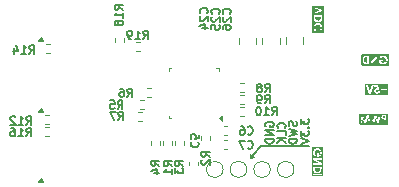
<source format=gbr>
%TF.GenerationSoftware,KiCad,Pcbnew,8.0.8*%
%TF.CreationDate,2025-04-24T20:57:55+02:00*%
%TF.ProjectId,ESC_PCB,4553435f-5043-4422-9e6b-696361645f70,rev?*%
%TF.SameCoordinates,Original*%
%TF.FileFunction,Legend,Bot*%
%TF.FilePolarity,Positive*%
%FSLAX46Y46*%
G04 Gerber Fmt 4.6, Leading zero omitted, Abs format (unit mm)*
G04 Created by KiCad (PCBNEW 8.0.8) date 2025-04-24 20:57:55*
%MOMM*%
%LPD*%
G01*
G04 APERTURE LIST*
%ADD10C,0.100000*%
%ADD11C,0.150000*%
%ADD12C,0.125000*%
%ADD13C,0.160000*%
%ADD14C,0.120000*%
G04 APERTURE END LIST*
D10*
X104500000Y-51450000D02*
X106400000Y-51450000D01*
X106400000Y-52350000D01*
X104500000Y-52350000D01*
X104500000Y-51450000D01*
X94980000Y-57690000D02*
X94930000Y-57640000D01*
X95090000Y-57690000D02*
X94810000Y-57410000D01*
D11*
X99780000Y-56750000D02*
X95750000Y-56750000D01*
D10*
X100000000Y-56800000D02*
X100900000Y-56800000D01*
X100900000Y-59150000D01*
X100000000Y-59150000D01*
X100000000Y-56800000D01*
X104250000Y-48950000D02*
X106475000Y-48950000D01*
X106475000Y-49850000D01*
X104250000Y-49850000D01*
X104250000Y-48950000D01*
X104050000Y-54000000D02*
X106400000Y-54000000D01*
X106400000Y-54850000D01*
X104050000Y-54850000D01*
X104050000Y-54000000D01*
D11*
X95750000Y-56750000D02*
X95000000Y-57500000D01*
D10*
X95000000Y-57500000D02*
X94750000Y-57750000D01*
X94750000Y-57750000D02*
X94810000Y-57410000D01*
X94875000Y-57625000D02*
X94850000Y-57510000D01*
X94850000Y-57510000D02*
X94862500Y-57567500D01*
X100050000Y-44850000D02*
X100950000Y-44850000D01*
X100950000Y-47050000D01*
X100050000Y-47050000D01*
X100050000Y-44850000D01*
X95090000Y-57690000D02*
X94750000Y-57750000D01*
D12*
G36*
X106422554Y-52369720D02*
G01*
X104523446Y-52369720D01*
X104523446Y-51569764D01*
X104601224Y-51569764D01*
X104856140Y-52281000D01*
X104985907Y-52281000D01*
X105068876Y-52045403D01*
X105306475Y-52045403D01*
X105308952Y-52083236D01*
X105316381Y-52118773D01*
X105328763Y-52152014D01*
X105346098Y-52182959D01*
X105368385Y-52211608D01*
X105376915Y-52220647D01*
X105404406Y-52244876D01*
X105434048Y-52264092D01*
X105465843Y-52278295D01*
X105499789Y-52287486D01*
X105535887Y-52291663D01*
X105548398Y-52291942D01*
X105586681Y-52289422D01*
X105622543Y-52281862D01*
X105655983Y-52269263D01*
X105687001Y-52251625D01*
X105703639Y-52239283D01*
X105729919Y-52214379D01*
X105751912Y-52185745D01*
X105769619Y-52153380D01*
X105783038Y-52117285D01*
X105788782Y-52094984D01*
X105647390Y-52094984D01*
X105627056Y-52124926D01*
X105604305Y-52144053D01*
X105572569Y-52157462D01*
X105545491Y-52160637D01*
X105511354Y-52155529D01*
X105479639Y-52138606D01*
X105469581Y-52129691D01*
X105449323Y-52101503D01*
X105439393Y-52067501D01*
X105438293Y-52049848D01*
X105443090Y-52014191D01*
X105458985Y-51982102D01*
X105467358Y-51972228D01*
X105495146Y-51951424D01*
X105530148Y-51942063D01*
X105537798Y-51941795D01*
X105572004Y-51948265D01*
X105581395Y-51952395D01*
X105610457Y-51971981D01*
X105623454Y-51984196D01*
X105733046Y-51959918D01*
X105714654Y-51876143D01*
X105864351Y-51876143D01*
X105864351Y-51996505D01*
X106044211Y-51996505D01*
X106044211Y-52171579D01*
X106164403Y-52171579D01*
X106164403Y-51996505D01*
X106344776Y-51996505D01*
X106344776Y-51876143D01*
X106164403Y-51876143D01*
X106164403Y-51701069D01*
X106044211Y-51701069D01*
X106044211Y-51876143D01*
X105864351Y-51876143D01*
X105714654Y-51876143D01*
X105647390Y-51569764D01*
X105316050Y-51569764D01*
X105316050Y-51690127D01*
X105546859Y-51690127D01*
X105575753Y-51817500D01*
X105552330Y-51812200D01*
X105530104Y-51810490D01*
X105495156Y-51812810D01*
X105457285Y-51821382D01*
X105422540Y-51836269D01*
X105390920Y-51857472D01*
X105370247Y-51876484D01*
X105345399Y-51907124D01*
X105326653Y-51941298D01*
X105314011Y-51979006D01*
X105308032Y-52014141D01*
X105306475Y-52045403D01*
X105068876Y-52045403D01*
X105236378Y-51569764D01*
X105097892Y-51569764D01*
X104920083Y-52074981D01*
X104739710Y-51569764D01*
X104601224Y-51569764D01*
X104523446Y-51569764D01*
X104523446Y-51491986D01*
X106422554Y-51491986D01*
X106422554Y-52369720D01*
G37*
D13*
X94578070Y-56889346D02*
X94611403Y-56922680D01*
X94611403Y-56922680D02*
X94711403Y-56956013D01*
X94711403Y-56956013D02*
X94778070Y-56956013D01*
X94778070Y-56956013D02*
X94878070Y-56922680D01*
X94878070Y-56922680D02*
X94944737Y-56856013D01*
X94944737Y-56856013D02*
X94978070Y-56789346D01*
X94978070Y-56789346D02*
X95011403Y-56656013D01*
X95011403Y-56656013D02*
X95011403Y-56556013D01*
X95011403Y-56556013D02*
X94978070Y-56422680D01*
X94978070Y-56422680D02*
X94944737Y-56356013D01*
X94944737Y-56356013D02*
X94878070Y-56289346D01*
X94878070Y-56289346D02*
X94778070Y-56256013D01*
X94778070Y-56256013D02*
X94711403Y-56256013D01*
X94711403Y-56256013D02*
X94611403Y-56289346D01*
X94611403Y-56289346D02*
X94578070Y-56322680D01*
X94344737Y-56256013D02*
X93878070Y-56256013D01*
X93878070Y-56256013D02*
X94178070Y-56956013D01*
X96028070Y-53106013D02*
X96261403Y-52772680D01*
X96428070Y-53106013D02*
X96428070Y-52406013D01*
X96428070Y-52406013D02*
X96161403Y-52406013D01*
X96161403Y-52406013D02*
X96094737Y-52439346D01*
X96094737Y-52439346D02*
X96061403Y-52472680D01*
X96061403Y-52472680D02*
X96028070Y-52539346D01*
X96028070Y-52539346D02*
X96028070Y-52639346D01*
X96028070Y-52639346D02*
X96061403Y-52706013D01*
X96061403Y-52706013D02*
X96094737Y-52739346D01*
X96094737Y-52739346D02*
X96161403Y-52772680D01*
X96161403Y-52772680D02*
X96428070Y-52772680D01*
X95694737Y-53106013D02*
X95561403Y-53106013D01*
X95561403Y-53106013D02*
X95494737Y-53072680D01*
X95494737Y-53072680D02*
X95461403Y-53039346D01*
X95461403Y-53039346D02*
X95394737Y-52939346D01*
X95394737Y-52939346D02*
X95361403Y-52806013D01*
X95361403Y-52806013D02*
X95361403Y-52539346D01*
X95361403Y-52539346D02*
X95394737Y-52472680D01*
X95394737Y-52472680D02*
X95428070Y-52439346D01*
X95428070Y-52439346D02*
X95494737Y-52406013D01*
X95494737Y-52406013D02*
X95628070Y-52406013D01*
X95628070Y-52406013D02*
X95694737Y-52439346D01*
X95694737Y-52439346D02*
X95728070Y-52472680D01*
X95728070Y-52472680D02*
X95761403Y-52539346D01*
X95761403Y-52539346D02*
X95761403Y-52706013D01*
X95761403Y-52706013D02*
X95728070Y-52772680D01*
X95728070Y-52772680D02*
X95694737Y-52806013D01*
X95694737Y-52806013D02*
X95628070Y-52839346D01*
X95628070Y-52839346D02*
X95494737Y-52839346D01*
X95494737Y-52839346D02*
X95428070Y-52806013D01*
X95428070Y-52806013D02*
X95394737Y-52772680D01*
X95394737Y-52772680D02*
X95361403Y-52706013D01*
D12*
G36*
X100749695Y-45863928D02*
G01*
X100748680Y-45901890D01*
X100745036Y-45939325D01*
X100737769Y-45973851D01*
X100728494Y-45997798D01*
X100708403Y-46026921D01*
X100682846Y-46049816D01*
X100656858Y-46065844D01*
X100623081Y-46079819D01*
X100588828Y-46087971D01*
X100550923Y-46091930D01*
X100532905Y-46092344D01*
X100492240Y-46090126D01*
X100455135Y-46083472D01*
X100421587Y-46072383D01*
X100386946Y-46053838D01*
X100357147Y-46029256D01*
X100335297Y-46001193D01*
X100318813Y-45966518D01*
X100308955Y-45931536D01*
X100303041Y-45891698D01*
X100301124Y-45854789D01*
X100301069Y-45847002D01*
X100301069Y-45801353D01*
X100749695Y-45801353D01*
X100749695Y-45863928D01*
G37*
G36*
X100969720Y-47080537D02*
G01*
X100081044Y-47080537D01*
X100081044Y-46694501D01*
X100158822Y-46694501D01*
X100160581Y-46732487D01*
X100165858Y-46769852D01*
X100174653Y-46806594D01*
X100186966Y-46842716D01*
X100195581Y-46863077D01*
X100213077Y-46897460D01*
X100233551Y-46929700D01*
X100257003Y-46959796D01*
X100283433Y-46987749D01*
X100299872Y-47002759D01*
X100388948Y-46908555D01*
X100360479Y-46877891D01*
X100336835Y-46846057D01*
X100318017Y-46813056D01*
X100304024Y-46778885D01*
X100294856Y-46743546D01*
X100290513Y-46707037D01*
X100290127Y-46692107D01*
X100292501Y-46655205D01*
X100299624Y-46620540D01*
X100311495Y-46588110D01*
X100328115Y-46557917D01*
X100349483Y-46529959D01*
X100357660Y-46521137D01*
X100384033Y-46497547D01*
X100417612Y-46476194D01*
X100454218Y-46461484D01*
X100488004Y-46454163D01*
X100524014Y-46451723D01*
X100561554Y-46454157D01*
X100596659Y-46461460D01*
X100629330Y-46473632D01*
X100646429Y-46482498D01*
X100677531Y-46504220D01*
X100704158Y-46530917D01*
X100724296Y-46559199D01*
X100730204Y-46569521D01*
X100744915Y-46602149D01*
X100754812Y-46636751D01*
X100759894Y-46673327D01*
X100760637Y-46694501D01*
X100758566Y-46730167D01*
X100752355Y-46763864D01*
X100740741Y-46798654D01*
X100739436Y-46801699D01*
X100722673Y-46832998D01*
X100701762Y-46862794D01*
X100678542Y-46890574D01*
X100661816Y-46908555D01*
X100756704Y-46999853D01*
X100783658Y-46970789D01*
X100807330Y-46942327D01*
X100827720Y-46914465D01*
X100847361Y-46882720D01*
X100862535Y-46851793D01*
X100875400Y-46815686D01*
X100883642Y-46782077D01*
X100889070Y-46746586D01*
X100891683Y-46709213D01*
X100891942Y-46692620D01*
X100890331Y-46652308D01*
X100885498Y-46613867D01*
X100877444Y-46577295D01*
X100866168Y-46542594D01*
X100851670Y-46509762D01*
X100833951Y-46478801D01*
X100813010Y-46449709D01*
X100788847Y-46422487D01*
X100762122Y-46397884D01*
X100733581Y-46376560D01*
X100703223Y-46358518D01*
X100671048Y-46343756D01*
X100637057Y-46332274D01*
X100601250Y-46324073D01*
X100563626Y-46319152D01*
X100524185Y-46317512D01*
X100485835Y-46319195D01*
X100449132Y-46324244D01*
X100414076Y-46332659D01*
X100380667Y-46344439D01*
X100348904Y-46359586D01*
X100338683Y-46365383D01*
X100309353Y-46384784D01*
X100282271Y-46407081D01*
X100257437Y-46432276D01*
X100234850Y-46460368D01*
X100214512Y-46491357D01*
X100208233Y-46502330D01*
X100191441Y-46536279D01*
X100178123Y-46571188D01*
X100168280Y-46607060D01*
X100161910Y-46643893D01*
X100159015Y-46681688D01*
X100158822Y-46694501D01*
X100081044Y-46694501D01*
X100081044Y-45801353D01*
X100169764Y-45801353D01*
X100169764Y-45826828D01*
X100170089Y-45847002D01*
X100170365Y-45864185D01*
X100172169Y-45899063D01*
X100176113Y-45939174D01*
X100181936Y-45975411D01*
X100191403Y-46013784D01*
X100203574Y-46046578D01*
X100208233Y-46056270D01*
X100227361Y-46087838D01*
X100251088Y-46116871D01*
X100279412Y-46143368D01*
X100307350Y-46164060D01*
X100333212Y-46179881D01*
X100366675Y-46196382D01*
X100402182Y-46209469D01*
X100439733Y-46219143D01*
X100479327Y-46225402D01*
X100513883Y-46228010D01*
X100535298Y-46228436D01*
X100570639Y-46227136D01*
X100604703Y-46223233D01*
X100642070Y-46215588D01*
X100677771Y-46204544D01*
X100686436Y-46201252D01*
X100719422Y-46186367D01*
X100749481Y-46168896D01*
X100779797Y-46146150D01*
X100800815Y-46126196D01*
X100824095Y-46098646D01*
X100842967Y-46069852D01*
X100858765Y-46036400D01*
X100863561Y-46022588D01*
X100871991Y-45984759D01*
X100876640Y-45946379D01*
X100879296Y-45907243D01*
X100880574Y-45870232D01*
X100881000Y-45829221D01*
X100881000Y-45667142D01*
X100169764Y-45667142D01*
X100169764Y-45801353D01*
X100081044Y-45801353D01*
X100081044Y-45065498D01*
X100169764Y-45065498D01*
X100674981Y-45243307D01*
X100169764Y-45423681D01*
X100169764Y-45562166D01*
X100881000Y-45307250D01*
X100881000Y-45177484D01*
X100169764Y-44927013D01*
X100169764Y-45065498D01*
X100081044Y-45065498D01*
X100081044Y-44849235D01*
X100969720Y-44849235D01*
X100969720Y-47080537D01*
G37*
D13*
X75828070Y-55906013D02*
X76061403Y-55572680D01*
X76228070Y-55906013D02*
X76228070Y-55206013D01*
X76228070Y-55206013D02*
X75961403Y-55206013D01*
X75961403Y-55206013D02*
X75894737Y-55239346D01*
X75894737Y-55239346D02*
X75861403Y-55272680D01*
X75861403Y-55272680D02*
X75828070Y-55339346D01*
X75828070Y-55339346D02*
X75828070Y-55439346D01*
X75828070Y-55439346D02*
X75861403Y-55506013D01*
X75861403Y-55506013D02*
X75894737Y-55539346D01*
X75894737Y-55539346D02*
X75961403Y-55572680D01*
X75961403Y-55572680D02*
X76228070Y-55572680D01*
X75161403Y-55906013D02*
X75561403Y-55906013D01*
X75361403Y-55906013D02*
X75361403Y-55206013D01*
X75361403Y-55206013D02*
X75428070Y-55306013D01*
X75428070Y-55306013D02*
X75494737Y-55372680D01*
X75494737Y-55372680D02*
X75561403Y-55406013D01*
X74561403Y-55206013D02*
X74694736Y-55206013D01*
X74694736Y-55206013D02*
X74761403Y-55239346D01*
X74761403Y-55239346D02*
X74794736Y-55272680D01*
X74794736Y-55272680D02*
X74861403Y-55372680D01*
X74861403Y-55372680D02*
X74894736Y-55506013D01*
X74894736Y-55506013D02*
X74894736Y-55772680D01*
X74894736Y-55772680D02*
X74861403Y-55839346D01*
X74861403Y-55839346D02*
X74828070Y-55872680D01*
X74828070Y-55872680D02*
X74761403Y-55906013D01*
X74761403Y-55906013D02*
X74628070Y-55906013D01*
X74628070Y-55906013D02*
X74561403Y-55872680D01*
X74561403Y-55872680D02*
X74528070Y-55839346D01*
X74528070Y-55839346D02*
X74494736Y-55772680D01*
X74494736Y-55772680D02*
X74494736Y-55606013D01*
X74494736Y-55606013D02*
X74528070Y-55539346D01*
X74528070Y-55539346D02*
X74561403Y-55506013D01*
X74561403Y-55506013D02*
X74628070Y-55472680D01*
X74628070Y-55472680D02*
X74761403Y-55472680D01*
X74761403Y-55472680D02*
X74828070Y-55506013D01*
X74828070Y-55506013D02*
X74861403Y-55539346D01*
X74861403Y-55539346D02*
X74894736Y-55606013D01*
D12*
G36*
X106185090Y-54343316D02*
G01*
X106142348Y-54343316D01*
X106106337Y-54342159D01*
X106072079Y-54336307D01*
X106043917Y-54316803D01*
X106040963Y-54312884D01*
X106029954Y-54280440D01*
X106029678Y-54273390D01*
X106037629Y-54238640D01*
X106061479Y-54214747D01*
X106094433Y-54204489D01*
X106128544Y-54201403D01*
X106147135Y-54201069D01*
X106185090Y-54201069D01*
X106185090Y-54343316D01*
G37*
G36*
X106397422Y-54858778D02*
G01*
X104032933Y-54858778D01*
X104032933Y-54781000D01*
X104110711Y-54781000D01*
X104240478Y-54781000D01*
X104316559Y-54331861D01*
X104467013Y-54781000D01*
X104585837Y-54781000D01*
X104734410Y-54331861D01*
X104811859Y-54781000D01*
X104942993Y-54781000D01*
X104820921Y-54069764D01*
X104989839Y-54069764D01*
X105149012Y-54781000D01*
X105278265Y-54781000D01*
X105408715Y-54321261D01*
X105536601Y-54781000D01*
X105664487Y-54781000D01*
X105778661Y-54273561D01*
X105899399Y-54273561D01*
X105901825Y-54308770D01*
X105910353Y-54344676D01*
X105925020Y-54376660D01*
X105938210Y-54395804D01*
X105962135Y-54420873D01*
X105990442Y-54441263D01*
X106023131Y-54456973D01*
X106043185Y-54463679D01*
X106077540Y-54469909D01*
X106112018Y-54472815D01*
X106148742Y-54474237D01*
X106185090Y-54474621D01*
X106185090Y-54781000D01*
X106319644Y-54781000D01*
X106319644Y-54069764D01*
X106176884Y-54069764D01*
X106142241Y-54070286D01*
X106104847Y-54072290D01*
X106066979Y-54076526D01*
X106031294Y-54083873D01*
X106009846Y-54091136D01*
X105977149Y-54108822D01*
X105949584Y-54132731D01*
X105928977Y-54159866D01*
X105913379Y-54191318D01*
X105903559Y-54226477D01*
X105899659Y-54261289D01*
X105899403Y-54273390D01*
X105899399Y-54273561D01*
X105778661Y-54273561D01*
X105824515Y-54069764D01*
X105691842Y-54069764D01*
X105589944Y-54523690D01*
X105463426Y-54069764D01*
X105351441Y-54069764D01*
X105223555Y-54523690D01*
X105122512Y-54069764D01*
X104989839Y-54069764D01*
X104820921Y-54069764D01*
X104689103Y-54069764D01*
X104525655Y-54565919D01*
X104359815Y-54069764D01*
X104230048Y-54069764D01*
X104110711Y-54781000D01*
X104032933Y-54781000D01*
X104032933Y-53991986D01*
X106397422Y-53991986D01*
X106397422Y-54858778D01*
G37*
G36*
X100699695Y-58675617D02*
G01*
X100698680Y-58713579D01*
X100695036Y-58751013D01*
X100687769Y-58785540D01*
X100678494Y-58809487D01*
X100658403Y-58838610D01*
X100632846Y-58861505D01*
X100606858Y-58877533D01*
X100573081Y-58891507D01*
X100538828Y-58899659D01*
X100500923Y-58903619D01*
X100482905Y-58904033D01*
X100442240Y-58901815D01*
X100405135Y-58895161D01*
X100371587Y-58884072D01*
X100336946Y-58865527D01*
X100307147Y-58840945D01*
X100285297Y-58812881D01*
X100268813Y-58778207D01*
X100258955Y-58743225D01*
X100253041Y-58703386D01*
X100251124Y-58666478D01*
X100251069Y-58658691D01*
X100251069Y-58613042D01*
X100699695Y-58613042D01*
X100699695Y-58675617D01*
G37*
G36*
X100919720Y-59117903D02*
G01*
X100031044Y-59117903D01*
X100031044Y-58613042D01*
X100119764Y-58613042D01*
X100119764Y-58638517D01*
X100120089Y-58658691D01*
X100120365Y-58675874D01*
X100122169Y-58710751D01*
X100126113Y-58750863D01*
X100131936Y-58787100D01*
X100141403Y-58825472D01*
X100153574Y-58858266D01*
X100158233Y-58867958D01*
X100177361Y-58899527D01*
X100201088Y-58928560D01*
X100229412Y-58955056D01*
X100257350Y-58975749D01*
X100283212Y-58991570D01*
X100316675Y-59008071D01*
X100352182Y-59021158D01*
X100389733Y-59030831D01*
X100429327Y-59037090D01*
X100463883Y-59039698D01*
X100485298Y-59040125D01*
X100520639Y-59038824D01*
X100554703Y-59034922D01*
X100592070Y-59027276D01*
X100627771Y-59016233D01*
X100636436Y-59012941D01*
X100669422Y-58998056D01*
X100699481Y-58980585D01*
X100729797Y-58957839D01*
X100750815Y-58937885D01*
X100774095Y-58910335D01*
X100792967Y-58881541D01*
X100808765Y-58848088D01*
X100813561Y-58834277D01*
X100821991Y-58796448D01*
X100826640Y-58758067D01*
X100829296Y-58718932D01*
X100830574Y-58681920D01*
X100831000Y-58640910D01*
X100831000Y-58478831D01*
X100119764Y-58478831D01*
X100119764Y-58613042D01*
X100031044Y-58613042D01*
X100031044Y-57882829D01*
X100119764Y-57882829D01*
X100587880Y-58186301D01*
X100119764Y-58186301D01*
X100119764Y-58320854D01*
X100831000Y-58320854D01*
X100831000Y-58191601D01*
X100364422Y-57888642D01*
X100831000Y-57888642D01*
X100831000Y-57753918D01*
X100119764Y-57753918D01*
X100119764Y-57882829D01*
X100031044Y-57882829D01*
X100031044Y-57278450D01*
X100108822Y-57278450D01*
X100110012Y-57312651D01*
X100114409Y-57351488D01*
X100122046Y-57389180D01*
X100132922Y-57425727D01*
X100142674Y-57451130D01*
X100159440Y-57484811D01*
X100178335Y-57514002D01*
X100201173Y-57542930D01*
X100227955Y-57571597D01*
X100240640Y-57583803D01*
X100333306Y-57489085D01*
X100306462Y-57460256D01*
X100284169Y-57429974D01*
X100266425Y-57398239D01*
X100253230Y-57365052D01*
X100244586Y-57330412D01*
X100240491Y-57294320D01*
X100240127Y-57279476D01*
X100242501Y-57241499D01*
X100249624Y-57205914D01*
X100261495Y-57172721D01*
X100278115Y-57141920D01*
X100299483Y-57113512D01*
X100307660Y-57104574D01*
X100334007Y-57080635D01*
X100367328Y-57058967D01*
X100403430Y-57044040D01*
X100442314Y-57035854D01*
X100471792Y-57034134D01*
X100508222Y-57036701D01*
X100542501Y-57044400D01*
X100574628Y-57057233D01*
X100604603Y-57075199D01*
X100632427Y-57098298D01*
X100641223Y-57107138D01*
X100664813Y-57135775D01*
X100683522Y-57166804D01*
X100697350Y-57200226D01*
X100706298Y-57236039D01*
X100710365Y-57274245D01*
X100710637Y-57287512D01*
X100708540Y-57325005D01*
X100702252Y-57359009D01*
X100690347Y-57392698D01*
X100684136Y-57404968D01*
X100664652Y-57433085D01*
X100639323Y-57457595D01*
X100608151Y-57478499D01*
X100601216Y-57482247D01*
X100601216Y-57277424D01*
X100469911Y-57277424D01*
X100469911Y-57633213D01*
X100499318Y-57634239D01*
X100539027Y-57631940D01*
X100577820Y-57625043D01*
X100615696Y-57613549D01*
X100647432Y-57600037D01*
X100673365Y-57586196D01*
X100702775Y-57567177D01*
X100733638Y-57542450D01*
X100760787Y-57514990D01*
X100784221Y-57484798D01*
X100798686Y-57461559D01*
X100815541Y-57426856D01*
X100828255Y-57389616D01*
X100835859Y-57355678D01*
X100840421Y-57319876D01*
X100841942Y-57282212D01*
X100840283Y-57241758D01*
X100835306Y-57202975D01*
X100827011Y-57165863D01*
X100815398Y-57130422D01*
X100800468Y-57096652D01*
X100794754Y-57085767D01*
X100775646Y-57054716D01*
X100753713Y-57026189D01*
X100728955Y-57000187D01*
X100701372Y-56976710D01*
X100670964Y-56955756D01*
X100660200Y-56949333D01*
X100626957Y-56932251D01*
X100592753Y-56918703D01*
X100557586Y-56908689D01*
X100521458Y-56902209D01*
X100484369Y-56899264D01*
X100471792Y-56899068D01*
X100429391Y-56901334D01*
X100388744Y-56908134D01*
X100349850Y-56919467D01*
X100312709Y-56935332D01*
X100277322Y-56955731D01*
X100243687Y-56980663D01*
X100230724Y-56991905D01*
X100202153Y-57020467D01*
X100177392Y-57051103D01*
X100156440Y-57083812D01*
X100139298Y-57118593D01*
X100125965Y-57155448D01*
X100116441Y-57194376D01*
X100110727Y-57235377D01*
X100108822Y-57278450D01*
X100031044Y-57278450D01*
X100031044Y-56821290D01*
X100919720Y-56821290D01*
X100919720Y-59117903D01*
G37*
D13*
X89810653Y-56378070D02*
X89777320Y-56411403D01*
X89777320Y-56411403D02*
X89743986Y-56511403D01*
X89743986Y-56511403D02*
X89743986Y-56578070D01*
X89743986Y-56578070D02*
X89777320Y-56678070D01*
X89777320Y-56678070D02*
X89843986Y-56744737D01*
X89843986Y-56744737D02*
X89910653Y-56778070D01*
X89910653Y-56778070D02*
X90043986Y-56811403D01*
X90043986Y-56811403D02*
X90143986Y-56811403D01*
X90143986Y-56811403D02*
X90277320Y-56778070D01*
X90277320Y-56778070D02*
X90343986Y-56744737D01*
X90343986Y-56744737D02*
X90410653Y-56678070D01*
X90410653Y-56678070D02*
X90443986Y-56578070D01*
X90443986Y-56578070D02*
X90443986Y-56511403D01*
X90443986Y-56511403D02*
X90410653Y-56411403D01*
X90410653Y-56411403D02*
X90377320Y-56378070D01*
X90443986Y-55744737D02*
X90443986Y-56078070D01*
X90443986Y-56078070D02*
X90110653Y-56111403D01*
X90110653Y-56111403D02*
X90143986Y-56078070D01*
X90143986Y-56078070D02*
X90177320Y-56011403D01*
X90177320Y-56011403D02*
X90177320Y-55844737D01*
X90177320Y-55844737D02*
X90143986Y-55778070D01*
X90143986Y-55778070D02*
X90110653Y-55744737D01*
X90110653Y-55744737D02*
X90043986Y-55711403D01*
X90043986Y-55711403D02*
X89877320Y-55711403D01*
X89877320Y-55711403D02*
X89810653Y-55744737D01*
X89810653Y-55744737D02*
X89777320Y-55778070D01*
X89777320Y-55778070D02*
X89743986Y-55844737D01*
X89743986Y-55844737D02*
X89743986Y-56011403D01*
X89743986Y-56011403D02*
X89777320Y-56078070D01*
X89777320Y-56078070D02*
X89810653Y-56111403D01*
X96109346Y-55048596D02*
X96076013Y-54981929D01*
X96076013Y-54981929D02*
X96076013Y-54881929D01*
X96076013Y-54881929D02*
X96109346Y-54781929D01*
X96109346Y-54781929D02*
X96176013Y-54715263D01*
X96176013Y-54715263D02*
X96242680Y-54681929D01*
X96242680Y-54681929D02*
X96376013Y-54648596D01*
X96376013Y-54648596D02*
X96476013Y-54648596D01*
X96476013Y-54648596D02*
X96609346Y-54681929D01*
X96609346Y-54681929D02*
X96676013Y-54715263D01*
X96676013Y-54715263D02*
X96742680Y-54781929D01*
X96742680Y-54781929D02*
X96776013Y-54881929D01*
X96776013Y-54881929D02*
X96776013Y-54948596D01*
X96776013Y-54948596D02*
X96742680Y-55048596D01*
X96742680Y-55048596D02*
X96709346Y-55081929D01*
X96709346Y-55081929D02*
X96476013Y-55081929D01*
X96476013Y-55081929D02*
X96476013Y-54948596D01*
X96776013Y-55381929D02*
X96076013Y-55381929D01*
X96076013Y-55381929D02*
X96776013Y-55781929D01*
X96776013Y-55781929D02*
X96076013Y-55781929D01*
X96776013Y-56115262D02*
X96076013Y-56115262D01*
X96076013Y-56115262D02*
X96076013Y-56281929D01*
X96076013Y-56281929D02*
X96109346Y-56381929D01*
X96109346Y-56381929D02*
X96176013Y-56448596D01*
X96176013Y-56448596D02*
X96242680Y-56481929D01*
X96242680Y-56481929D02*
X96376013Y-56515262D01*
X96376013Y-56515262D02*
X96476013Y-56515262D01*
X96476013Y-56515262D02*
X96609346Y-56481929D01*
X96609346Y-56481929D02*
X96676013Y-56448596D01*
X96676013Y-56448596D02*
X96742680Y-56381929D01*
X96742680Y-56381929D02*
X96776013Y-56281929D01*
X96776013Y-56281929D02*
X96776013Y-56115262D01*
X91356013Y-57621929D02*
X91022680Y-57388596D01*
X91356013Y-57221929D02*
X90656013Y-57221929D01*
X90656013Y-57221929D02*
X90656013Y-57488596D01*
X90656013Y-57488596D02*
X90689346Y-57555263D01*
X90689346Y-57555263D02*
X90722680Y-57588596D01*
X90722680Y-57588596D02*
X90789346Y-57621929D01*
X90789346Y-57621929D02*
X90889346Y-57621929D01*
X90889346Y-57621929D02*
X90956013Y-57588596D01*
X90956013Y-57588596D02*
X90989346Y-57555263D01*
X90989346Y-57555263D02*
X91022680Y-57488596D01*
X91022680Y-57488596D02*
X91022680Y-57221929D01*
X90722680Y-57888596D02*
X90689346Y-57921929D01*
X90689346Y-57921929D02*
X90656013Y-57988596D01*
X90656013Y-57988596D02*
X90656013Y-58155263D01*
X90656013Y-58155263D02*
X90689346Y-58221929D01*
X90689346Y-58221929D02*
X90722680Y-58255263D01*
X90722680Y-58255263D02*
X90789346Y-58288596D01*
X90789346Y-58288596D02*
X90856013Y-58288596D01*
X90856013Y-58288596D02*
X90956013Y-58255263D01*
X90956013Y-58255263D02*
X91356013Y-57855263D01*
X91356013Y-57855263D02*
X91356013Y-58288596D01*
X97729346Y-55181929D02*
X97762680Y-55148596D01*
X97762680Y-55148596D02*
X97796013Y-55048596D01*
X97796013Y-55048596D02*
X97796013Y-54981929D01*
X97796013Y-54981929D02*
X97762680Y-54881929D01*
X97762680Y-54881929D02*
X97696013Y-54815263D01*
X97696013Y-54815263D02*
X97629346Y-54781929D01*
X97629346Y-54781929D02*
X97496013Y-54748596D01*
X97496013Y-54748596D02*
X97396013Y-54748596D01*
X97396013Y-54748596D02*
X97262680Y-54781929D01*
X97262680Y-54781929D02*
X97196013Y-54815263D01*
X97196013Y-54815263D02*
X97129346Y-54881929D01*
X97129346Y-54881929D02*
X97096013Y-54981929D01*
X97096013Y-54981929D02*
X97096013Y-55048596D01*
X97096013Y-55048596D02*
X97129346Y-55148596D01*
X97129346Y-55148596D02*
X97162680Y-55181929D01*
X97796013Y-55815263D02*
X97796013Y-55481929D01*
X97796013Y-55481929D02*
X97096013Y-55481929D01*
X97796013Y-56048596D02*
X97096013Y-56048596D01*
X97796013Y-56448596D02*
X97396013Y-56148596D01*
X97096013Y-56448596D02*
X97496013Y-56048596D01*
X88156013Y-58421929D02*
X87822680Y-58188596D01*
X88156013Y-58021929D02*
X87456013Y-58021929D01*
X87456013Y-58021929D02*
X87456013Y-58288596D01*
X87456013Y-58288596D02*
X87489346Y-58355263D01*
X87489346Y-58355263D02*
X87522680Y-58388596D01*
X87522680Y-58388596D02*
X87589346Y-58421929D01*
X87589346Y-58421929D02*
X87689346Y-58421929D01*
X87689346Y-58421929D02*
X87756013Y-58388596D01*
X87756013Y-58388596D02*
X87789346Y-58355263D01*
X87789346Y-58355263D02*
X87822680Y-58288596D01*
X87822680Y-58288596D02*
X87822680Y-58021929D01*
X88156013Y-59088596D02*
X88156013Y-58688596D01*
X88156013Y-58888596D02*
X87456013Y-58888596D01*
X87456013Y-58888596D02*
X87556013Y-58821929D01*
X87556013Y-58821929D02*
X87622680Y-58755263D01*
X87622680Y-58755263D02*
X87656013Y-58688596D01*
X98712680Y-54638596D02*
X98746013Y-54738596D01*
X98746013Y-54738596D02*
X98746013Y-54905263D01*
X98746013Y-54905263D02*
X98712680Y-54971929D01*
X98712680Y-54971929D02*
X98679346Y-55005263D01*
X98679346Y-55005263D02*
X98612680Y-55038596D01*
X98612680Y-55038596D02*
X98546013Y-55038596D01*
X98546013Y-55038596D02*
X98479346Y-55005263D01*
X98479346Y-55005263D02*
X98446013Y-54971929D01*
X98446013Y-54971929D02*
X98412680Y-54905263D01*
X98412680Y-54905263D02*
X98379346Y-54771929D01*
X98379346Y-54771929D02*
X98346013Y-54705263D01*
X98346013Y-54705263D02*
X98312680Y-54671929D01*
X98312680Y-54671929D02*
X98246013Y-54638596D01*
X98246013Y-54638596D02*
X98179346Y-54638596D01*
X98179346Y-54638596D02*
X98112680Y-54671929D01*
X98112680Y-54671929D02*
X98079346Y-54705263D01*
X98079346Y-54705263D02*
X98046013Y-54771929D01*
X98046013Y-54771929D02*
X98046013Y-54938596D01*
X98046013Y-54938596D02*
X98079346Y-55038596D01*
X98046013Y-55271930D02*
X98746013Y-55438596D01*
X98746013Y-55438596D02*
X98246013Y-55571930D01*
X98246013Y-55571930D02*
X98746013Y-55705263D01*
X98746013Y-55705263D02*
X98046013Y-55871930D01*
X98746013Y-56138596D02*
X98046013Y-56138596D01*
X98046013Y-56138596D02*
X98046013Y-56305263D01*
X98046013Y-56305263D02*
X98079346Y-56405263D01*
X98079346Y-56405263D02*
X98146013Y-56471930D01*
X98146013Y-56471930D02*
X98212680Y-56505263D01*
X98212680Y-56505263D02*
X98346013Y-56538596D01*
X98346013Y-56538596D02*
X98446013Y-56538596D01*
X98446013Y-56538596D02*
X98579346Y-56505263D01*
X98579346Y-56505263D02*
X98646013Y-56471930D01*
X98646013Y-56471930D02*
X98712680Y-56405263D01*
X98712680Y-56405263D02*
X98746013Y-56305263D01*
X98746013Y-56305263D02*
X98746013Y-56138596D01*
X75828070Y-54906013D02*
X76061403Y-54572680D01*
X76228070Y-54906013D02*
X76228070Y-54206013D01*
X76228070Y-54206013D02*
X75961403Y-54206013D01*
X75961403Y-54206013D02*
X75894737Y-54239346D01*
X75894737Y-54239346D02*
X75861403Y-54272680D01*
X75861403Y-54272680D02*
X75828070Y-54339346D01*
X75828070Y-54339346D02*
X75828070Y-54439346D01*
X75828070Y-54439346D02*
X75861403Y-54506013D01*
X75861403Y-54506013D02*
X75894737Y-54539346D01*
X75894737Y-54539346D02*
X75961403Y-54572680D01*
X75961403Y-54572680D02*
X76228070Y-54572680D01*
X75161403Y-54906013D02*
X75561403Y-54906013D01*
X75361403Y-54906013D02*
X75361403Y-54206013D01*
X75361403Y-54206013D02*
X75428070Y-54306013D01*
X75428070Y-54306013D02*
X75494737Y-54372680D01*
X75494737Y-54372680D02*
X75561403Y-54406013D01*
X74894736Y-54272680D02*
X74861403Y-54239346D01*
X74861403Y-54239346D02*
X74794736Y-54206013D01*
X74794736Y-54206013D02*
X74628070Y-54206013D01*
X74628070Y-54206013D02*
X74561403Y-54239346D01*
X74561403Y-54239346D02*
X74528070Y-54272680D01*
X74528070Y-54272680D02*
X74494736Y-54339346D01*
X74494736Y-54339346D02*
X74494736Y-54406013D01*
X74494736Y-54406013D02*
X74528070Y-54506013D01*
X74528070Y-54506013D02*
X74928070Y-54906013D01*
X74928070Y-54906013D02*
X74494736Y-54906013D01*
X92139346Y-45521929D02*
X92172680Y-45488596D01*
X92172680Y-45488596D02*
X92206013Y-45388596D01*
X92206013Y-45388596D02*
X92206013Y-45321929D01*
X92206013Y-45321929D02*
X92172680Y-45221929D01*
X92172680Y-45221929D02*
X92106013Y-45155263D01*
X92106013Y-45155263D02*
X92039346Y-45121929D01*
X92039346Y-45121929D02*
X91906013Y-45088596D01*
X91906013Y-45088596D02*
X91806013Y-45088596D01*
X91806013Y-45088596D02*
X91672680Y-45121929D01*
X91672680Y-45121929D02*
X91606013Y-45155263D01*
X91606013Y-45155263D02*
X91539346Y-45221929D01*
X91539346Y-45221929D02*
X91506013Y-45321929D01*
X91506013Y-45321929D02*
X91506013Y-45388596D01*
X91506013Y-45388596D02*
X91539346Y-45488596D01*
X91539346Y-45488596D02*
X91572680Y-45521929D01*
X91572680Y-45788596D02*
X91539346Y-45821929D01*
X91539346Y-45821929D02*
X91506013Y-45888596D01*
X91506013Y-45888596D02*
X91506013Y-46055263D01*
X91506013Y-46055263D02*
X91539346Y-46121929D01*
X91539346Y-46121929D02*
X91572680Y-46155263D01*
X91572680Y-46155263D02*
X91639346Y-46188596D01*
X91639346Y-46188596D02*
X91706013Y-46188596D01*
X91706013Y-46188596D02*
X91806013Y-46155263D01*
X91806013Y-46155263D02*
X92206013Y-45755263D01*
X92206013Y-45755263D02*
X92206013Y-46188596D01*
X91506013Y-46821930D02*
X91506013Y-46488596D01*
X91506013Y-46488596D02*
X91839346Y-46455263D01*
X91839346Y-46455263D02*
X91806013Y-46488596D01*
X91806013Y-46488596D02*
X91772680Y-46555263D01*
X91772680Y-46555263D02*
X91772680Y-46721930D01*
X91772680Y-46721930D02*
X91806013Y-46788596D01*
X91806013Y-46788596D02*
X91839346Y-46821930D01*
X91839346Y-46821930D02*
X91906013Y-46855263D01*
X91906013Y-46855263D02*
X92072680Y-46855263D01*
X92072680Y-46855263D02*
X92139346Y-46821930D01*
X92139346Y-46821930D02*
X92172680Y-46788596D01*
X92172680Y-46788596D02*
X92206013Y-46721930D01*
X92206013Y-46721930D02*
X92206013Y-46555263D01*
X92206013Y-46555263D02*
X92172680Y-46488596D01*
X92172680Y-46488596D02*
X92139346Y-46455263D01*
X83578070Y-53556013D02*
X83811403Y-53222680D01*
X83978070Y-53556013D02*
X83978070Y-52856013D01*
X83978070Y-52856013D02*
X83711403Y-52856013D01*
X83711403Y-52856013D02*
X83644737Y-52889346D01*
X83644737Y-52889346D02*
X83611403Y-52922680D01*
X83611403Y-52922680D02*
X83578070Y-52989346D01*
X83578070Y-52989346D02*
X83578070Y-53089346D01*
X83578070Y-53089346D02*
X83611403Y-53156013D01*
X83611403Y-53156013D02*
X83644737Y-53189346D01*
X83644737Y-53189346D02*
X83711403Y-53222680D01*
X83711403Y-53222680D02*
X83978070Y-53222680D01*
X82944737Y-52856013D02*
X83278070Y-52856013D01*
X83278070Y-52856013D02*
X83311403Y-53189346D01*
X83311403Y-53189346D02*
X83278070Y-53156013D01*
X83278070Y-53156013D02*
X83211403Y-53122680D01*
X83211403Y-53122680D02*
X83044737Y-53122680D01*
X83044737Y-53122680D02*
X82978070Y-53156013D01*
X82978070Y-53156013D02*
X82944737Y-53189346D01*
X82944737Y-53189346D02*
X82911403Y-53256013D01*
X82911403Y-53256013D02*
X82911403Y-53422680D01*
X82911403Y-53422680D02*
X82944737Y-53489346D01*
X82944737Y-53489346D02*
X82978070Y-53522680D01*
X82978070Y-53522680D02*
X83044737Y-53556013D01*
X83044737Y-53556013D02*
X83211403Y-53556013D01*
X83211403Y-53556013D02*
X83278070Y-53522680D01*
X83278070Y-53522680D02*
X83311403Y-53489346D01*
X83628070Y-54506013D02*
X83861403Y-54172680D01*
X84028070Y-54506013D02*
X84028070Y-53806013D01*
X84028070Y-53806013D02*
X83761403Y-53806013D01*
X83761403Y-53806013D02*
X83694737Y-53839346D01*
X83694737Y-53839346D02*
X83661403Y-53872680D01*
X83661403Y-53872680D02*
X83628070Y-53939346D01*
X83628070Y-53939346D02*
X83628070Y-54039346D01*
X83628070Y-54039346D02*
X83661403Y-54106013D01*
X83661403Y-54106013D02*
X83694737Y-54139346D01*
X83694737Y-54139346D02*
X83761403Y-54172680D01*
X83761403Y-54172680D02*
X84028070Y-54172680D01*
X83394737Y-53806013D02*
X82928070Y-53806013D01*
X82928070Y-53806013D02*
X83228070Y-54506013D01*
X85728070Y-47656013D02*
X85961403Y-47322680D01*
X86128070Y-47656013D02*
X86128070Y-46956013D01*
X86128070Y-46956013D02*
X85861403Y-46956013D01*
X85861403Y-46956013D02*
X85794737Y-46989346D01*
X85794737Y-46989346D02*
X85761403Y-47022680D01*
X85761403Y-47022680D02*
X85728070Y-47089346D01*
X85728070Y-47089346D02*
X85728070Y-47189346D01*
X85728070Y-47189346D02*
X85761403Y-47256013D01*
X85761403Y-47256013D02*
X85794737Y-47289346D01*
X85794737Y-47289346D02*
X85861403Y-47322680D01*
X85861403Y-47322680D02*
X86128070Y-47322680D01*
X85061403Y-47656013D02*
X85461403Y-47656013D01*
X85261403Y-47656013D02*
X85261403Y-46956013D01*
X85261403Y-46956013D02*
X85328070Y-47056013D01*
X85328070Y-47056013D02*
X85394737Y-47122680D01*
X85394737Y-47122680D02*
X85461403Y-47156013D01*
X84728070Y-47656013D02*
X84594736Y-47656013D01*
X84594736Y-47656013D02*
X84528070Y-47622680D01*
X84528070Y-47622680D02*
X84494736Y-47589346D01*
X84494736Y-47589346D02*
X84428070Y-47489346D01*
X84428070Y-47489346D02*
X84394736Y-47356013D01*
X84394736Y-47356013D02*
X84394736Y-47089346D01*
X84394736Y-47089346D02*
X84428070Y-47022680D01*
X84428070Y-47022680D02*
X84461403Y-46989346D01*
X84461403Y-46989346D02*
X84528070Y-46956013D01*
X84528070Y-46956013D02*
X84661403Y-46956013D01*
X84661403Y-46956013D02*
X84728070Y-46989346D01*
X84728070Y-46989346D02*
X84761403Y-47022680D01*
X84761403Y-47022680D02*
X84794736Y-47089346D01*
X84794736Y-47089346D02*
X84794736Y-47256013D01*
X84794736Y-47256013D02*
X84761403Y-47322680D01*
X84761403Y-47322680D02*
X84728070Y-47356013D01*
X84728070Y-47356013D02*
X84661403Y-47389346D01*
X84661403Y-47389346D02*
X84528070Y-47389346D01*
X84528070Y-47389346D02*
X84461403Y-47356013D01*
X84461403Y-47356013D02*
X84428070Y-47322680D01*
X84428070Y-47322680D02*
X84394736Y-47256013D01*
X96628070Y-54106013D02*
X96861403Y-53772680D01*
X97028070Y-54106013D02*
X97028070Y-53406013D01*
X97028070Y-53406013D02*
X96761403Y-53406013D01*
X96761403Y-53406013D02*
X96694737Y-53439346D01*
X96694737Y-53439346D02*
X96661403Y-53472680D01*
X96661403Y-53472680D02*
X96628070Y-53539346D01*
X96628070Y-53539346D02*
X96628070Y-53639346D01*
X96628070Y-53639346D02*
X96661403Y-53706013D01*
X96661403Y-53706013D02*
X96694737Y-53739346D01*
X96694737Y-53739346D02*
X96761403Y-53772680D01*
X96761403Y-53772680D02*
X97028070Y-53772680D01*
X95961403Y-54106013D02*
X96361403Y-54106013D01*
X96161403Y-54106013D02*
X96161403Y-53406013D01*
X96161403Y-53406013D02*
X96228070Y-53506013D01*
X96228070Y-53506013D02*
X96294737Y-53572680D01*
X96294737Y-53572680D02*
X96361403Y-53606013D01*
X95528070Y-53406013D02*
X95461403Y-53406013D01*
X95461403Y-53406013D02*
X95394736Y-53439346D01*
X95394736Y-53439346D02*
X95361403Y-53472680D01*
X95361403Y-53472680D02*
X95328070Y-53539346D01*
X95328070Y-53539346D02*
X95294736Y-53672680D01*
X95294736Y-53672680D02*
X95294736Y-53839346D01*
X95294736Y-53839346D02*
X95328070Y-53972680D01*
X95328070Y-53972680D02*
X95361403Y-54039346D01*
X95361403Y-54039346D02*
X95394736Y-54072680D01*
X95394736Y-54072680D02*
X95461403Y-54106013D01*
X95461403Y-54106013D02*
X95528070Y-54106013D01*
X95528070Y-54106013D02*
X95594736Y-54072680D01*
X95594736Y-54072680D02*
X95628070Y-54039346D01*
X95628070Y-54039346D02*
X95661403Y-53972680D01*
X95661403Y-53972680D02*
X95694736Y-53839346D01*
X95694736Y-53839346D02*
X95694736Y-53672680D01*
X95694736Y-53672680D02*
X95661403Y-53539346D01*
X95661403Y-53539346D02*
X95628070Y-53472680D01*
X95628070Y-53472680D02*
X95594736Y-53439346D01*
X95594736Y-53439346D02*
X95528070Y-53406013D01*
X99056013Y-54425263D02*
X99056013Y-54858596D01*
X99056013Y-54858596D02*
X99322680Y-54625263D01*
X99322680Y-54625263D02*
X99322680Y-54725263D01*
X99322680Y-54725263D02*
X99356013Y-54791929D01*
X99356013Y-54791929D02*
X99389346Y-54825263D01*
X99389346Y-54825263D02*
X99456013Y-54858596D01*
X99456013Y-54858596D02*
X99622680Y-54858596D01*
X99622680Y-54858596D02*
X99689346Y-54825263D01*
X99689346Y-54825263D02*
X99722680Y-54791929D01*
X99722680Y-54791929D02*
X99756013Y-54725263D01*
X99756013Y-54725263D02*
X99756013Y-54525263D01*
X99756013Y-54525263D02*
X99722680Y-54458596D01*
X99722680Y-54458596D02*
X99689346Y-54425263D01*
X99689346Y-55158596D02*
X99722680Y-55191930D01*
X99722680Y-55191930D02*
X99756013Y-55158596D01*
X99756013Y-55158596D02*
X99722680Y-55125263D01*
X99722680Y-55125263D02*
X99689346Y-55158596D01*
X99689346Y-55158596D02*
X99756013Y-55158596D01*
X99056013Y-55425263D02*
X99056013Y-55858596D01*
X99056013Y-55858596D02*
X99322680Y-55625263D01*
X99322680Y-55625263D02*
X99322680Y-55725263D01*
X99322680Y-55725263D02*
X99356013Y-55791929D01*
X99356013Y-55791929D02*
X99389346Y-55825263D01*
X99389346Y-55825263D02*
X99456013Y-55858596D01*
X99456013Y-55858596D02*
X99622680Y-55858596D01*
X99622680Y-55858596D02*
X99689346Y-55825263D01*
X99689346Y-55825263D02*
X99722680Y-55791929D01*
X99722680Y-55791929D02*
X99756013Y-55725263D01*
X99756013Y-55725263D02*
X99756013Y-55525263D01*
X99756013Y-55525263D02*
X99722680Y-55458596D01*
X99722680Y-55458596D02*
X99689346Y-55425263D01*
X99056013Y-56058596D02*
X99756013Y-56291930D01*
X99756013Y-56291930D02*
X99056013Y-56525263D01*
X84006013Y-45171929D02*
X83672680Y-44938596D01*
X84006013Y-44771929D02*
X83306013Y-44771929D01*
X83306013Y-44771929D02*
X83306013Y-45038596D01*
X83306013Y-45038596D02*
X83339346Y-45105263D01*
X83339346Y-45105263D02*
X83372680Y-45138596D01*
X83372680Y-45138596D02*
X83439346Y-45171929D01*
X83439346Y-45171929D02*
X83539346Y-45171929D01*
X83539346Y-45171929D02*
X83606013Y-45138596D01*
X83606013Y-45138596D02*
X83639346Y-45105263D01*
X83639346Y-45105263D02*
X83672680Y-45038596D01*
X83672680Y-45038596D02*
X83672680Y-44771929D01*
X84006013Y-45838596D02*
X84006013Y-45438596D01*
X84006013Y-45638596D02*
X83306013Y-45638596D01*
X83306013Y-45638596D02*
X83406013Y-45571929D01*
X83406013Y-45571929D02*
X83472680Y-45505263D01*
X83472680Y-45505263D02*
X83506013Y-45438596D01*
X83606013Y-46238596D02*
X83572680Y-46171930D01*
X83572680Y-46171930D02*
X83539346Y-46138596D01*
X83539346Y-46138596D02*
X83472680Y-46105263D01*
X83472680Y-46105263D02*
X83439346Y-46105263D01*
X83439346Y-46105263D02*
X83372680Y-46138596D01*
X83372680Y-46138596D02*
X83339346Y-46171930D01*
X83339346Y-46171930D02*
X83306013Y-46238596D01*
X83306013Y-46238596D02*
X83306013Y-46371930D01*
X83306013Y-46371930D02*
X83339346Y-46438596D01*
X83339346Y-46438596D02*
X83372680Y-46471930D01*
X83372680Y-46471930D02*
X83439346Y-46505263D01*
X83439346Y-46505263D02*
X83472680Y-46505263D01*
X83472680Y-46505263D02*
X83539346Y-46471930D01*
X83539346Y-46471930D02*
X83572680Y-46438596D01*
X83572680Y-46438596D02*
X83606013Y-46371930D01*
X83606013Y-46371930D02*
X83606013Y-46238596D01*
X83606013Y-46238596D02*
X83639346Y-46171930D01*
X83639346Y-46171930D02*
X83672680Y-46138596D01*
X83672680Y-46138596D02*
X83739346Y-46105263D01*
X83739346Y-46105263D02*
X83872680Y-46105263D01*
X83872680Y-46105263D02*
X83939346Y-46138596D01*
X83939346Y-46138596D02*
X83972680Y-46171930D01*
X83972680Y-46171930D02*
X84006013Y-46238596D01*
X84006013Y-46238596D02*
X84006013Y-46371930D01*
X84006013Y-46371930D02*
X83972680Y-46438596D01*
X83972680Y-46438596D02*
X83939346Y-46471930D01*
X83939346Y-46471930D02*
X83872680Y-46505263D01*
X83872680Y-46505263D02*
X83739346Y-46505263D01*
X83739346Y-46505263D02*
X83672680Y-46471930D01*
X83672680Y-46471930D02*
X83639346Y-46438596D01*
X83639346Y-46438596D02*
X83606013Y-46371930D01*
X93089346Y-45521929D02*
X93122680Y-45488596D01*
X93122680Y-45488596D02*
X93156013Y-45388596D01*
X93156013Y-45388596D02*
X93156013Y-45321929D01*
X93156013Y-45321929D02*
X93122680Y-45221929D01*
X93122680Y-45221929D02*
X93056013Y-45155263D01*
X93056013Y-45155263D02*
X92989346Y-45121929D01*
X92989346Y-45121929D02*
X92856013Y-45088596D01*
X92856013Y-45088596D02*
X92756013Y-45088596D01*
X92756013Y-45088596D02*
X92622680Y-45121929D01*
X92622680Y-45121929D02*
X92556013Y-45155263D01*
X92556013Y-45155263D02*
X92489346Y-45221929D01*
X92489346Y-45221929D02*
X92456013Y-45321929D01*
X92456013Y-45321929D02*
X92456013Y-45388596D01*
X92456013Y-45388596D02*
X92489346Y-45488596D01*
X92489346Y-45488596D02*
X92522680Y-45521929D01*
X92522680Y-45788596D02*
X92489346Y-45821929D01*
X92489346Y-45821929D02*
X92456013Y-45888596D01*
X92456013Y-45888596D02*
X92456013Y-46055263D01*
X92456013Y-46055263D02*
X92489346Y-46121929D01*
X92489346Y-46121929D02*
X92522680Y-46155263D01*
X92522680Y-46155263D02*
X92589346Y-46188596D01*
X92589346Y-46188596D02*
X92656013Y-46188596D01*
X92656013Y-46188596D02*
X92756013Y-46155263D01*
X92756013Y-46155263D02*
X93156013Y-45755263D01*
X93156013Y-45755263D02*
X93156013Y-46188596D01*
X92456013Y-46788596D02*
X92456013Y-46655263D01*
X92456013Y-46655263D02*
X92489346Y-46588596D01*
X92489346Y-46588596D02*
X92522680Y-46555263D01*
X92522680Y-46555263D02*
X92622680Y-46488596D01*
X92622680Y-46488596D02*
X92756013Y-46455263D01*
X92756013Y-46455263D02*
X93022680Y-46455263D01*
X93022680Y-46455263D02*
X93089346Y-46488596D01*
X93089346Y-46488596D02*
X93122680Y-46521930D01*
X93122680Y-46521930D02*
X93156013Y-46588596D01*
X93156013Y-46588596D02*
X93156013Y-46721930D01*
X93156013Y-46721930D02*
X93122680Y-46788596D01*
X93122680Y-46788596D02*
X93089346Y-46821930D01*
X93089346Y-46821930D02*
X93022680Y-46855263D01*
X93022680Y-46855263D02*
X92856013Y-46855263D01*
X92856013Y-46855263D02*
X92789346Y-46821930D01*
X92789346Y-46821930D02*
X92756013Y-46788596D01*
X92756013Y-46788596D02*
X92722680Y-46721930D01*
X92722680Y-46721930D02*
X92722680Y-46588596D01*
X92722680Y-46588596D02*
X92756013Y-46521930D01*
X92756013Y-46521930D02*
X92789346Y-46488596D01*
X92789346Y-46488596D02*
X92856013Y-46455263D01*
X87106013Y-58371929D02*
X86772680Y-58138596D01*
X87106013Y-57971929D02*
X86406013Y-57971929D01*
X86406013Y-57971929D02*
X86406013Y-58238596D01*
X86406013Y-58238596D02*
X86439346Y-58305263D01*
X86439346Y-58305263D02*
X86472680Y-58338596D01*
X86472680Y-58338596D02*
X86539346Y-58371929D01*
X86539346Y-58371929D02*
X86639346Y-58371929D01*
X86639346Y-58371929D02*
X86706013Y-58338596D01*
X86706013Y-58338596D02*
X86739346Y-58305263D01*
X86739346Y-58305263D02*
X86772680Y-58238596D01*
X86772680Y-58238596D02*
X86772680Y-57971929D01*
X86639346Y-58971929D02*
X87106013Y-58971929D01*
X86372680Y-58805263D02*
X86872680Y-58638596D01*
X86872680Y-58638596D02*
X86872680Y-59071929D01*
D12*
G36*
X104711957Y-49649695D02*
G01*
X104649382Y-49649695D01*
X104611420Y-49648680D01*
X104573986Y-49645036D01*
X104539459Y-49637769D01*
X104515512Y-49628494D01*
X104486389Y-49608403D01*
X104463494Y-49582846D01*
X104447466Y-49556858D01*
X104433492Y-49523081D01*
X104425340Y-49488828D01*
X104421380Y-49450923D01*
X104420966Y-49432905D01*
X104423184Y-49392240D01*
X104429838Y-49355135D01*
X104440927Y-49321587D01*
X104459472Y-49286946D01*
X104484054Y-49257147D01*
X104512118Y-49235297D01*
X104546792Y-49218813D01*
X104581774Y-49208955D01*
X104621613Y-49203041D01*
X104658521Y-49201124D01*
X104666308Y-49201069D01*
X104711957Y-49201069D01*
X104711957Y-49649695D01*
G37*
G36*
X106503709Y-49869720D02*
G01*
X104207096Y-49869720D01*
X104207096Y-49435298D01*
X104284874Y-49435298D01*
X104286175Y-49470639D01*
X104290077Y-49504703D01*
X104297723Y-49542070D01*
X104308766Y-49577771D01*
X104312058Y-49586436D01*
X104326943Y-49619422D01*
X104344414Y-49649481D01*
X104367160Y-49679797D01*
X104387114Y-49700815D01*
X104414664Y-49724095D01*
X104443458Y-49742967D01*
X104476911Y-49758765D01*
X104490722Y-49763561D01*
X104528551Y-49771991D01*
X104566932Y-49776640D01*
X104606067Y-49779296D01*
X104643079Y-49780574D01*
X104684089Y-49781000D01*
X104846168Y-49781000D01*
X105004145Y-49781000D01*
X105133398Y-49781000D01*
X105436357Y-49314422D01*
X105436357Y-49781000D01*
X105571081Y-49781000D01*
X105571081Y-49449318D01*
X105690760Y-49449318D01*
X105693059Y-49489027D01*
X105699956Y-49527820D01*
X105711450Y-49565696D01*
X105724962Y-49597432D01*
X105738803Y-49623365D01*
X105757822Y-49652775D01*
X105782549Y-49683638D01*
X105810009Y-49710787D01*
X105840201Y-49734221D01*
X105863440Y-49748686D01*
X105898143Y-49765541D01*
X105935383Y-49778255D01*
X105969321Y-49785859D01*
X106005123Y-49790421D01*
X106042787Y-49791942D01*
X106083241Y-49790283D01*
X106122024Y-49785306D01*
X106159136Y-49777011D01*
X106194577Y-49765398D01*
X106228347Y-49750468D01*
X106239232Y-49744754D01*
X106270283Y-49725646D01*
X106298810Y-49703713D01*
X106324812Y-49678955D01*
X106348289Y-49651372D01*
X106369243Y-49620964D01*
X106375666Y-49610200D01*
X106392748Y-49576957D01*
X106406296Y-49542753D01*
X106416310Y-49507586D01*
X106422790Y-49471458D01*
X106425735Y-49434369D01*
X106425931Y-49421792D01*
X106423665Y-49379391D01*
X106416865Y-49338744D01*
X106405532Y-49299850D01*
X106389667Y-49262709D01*
X106369268Y-49227322D01*
X106344336Y-49193687D01*
X106333094Y-49180724D01*
X106304532Y-49152153D01*
X106273896Y-49127392D01*
X106241187Y-49106440D01*
X106206406Y-49089298D01*
X106169551Y-49075965D01*
X106130623Y-49066441D01*
X106089622Y-49060727D01*
X106046549Y-49058822D01*
X106012348Y-49060012D01*
X105973511Y-49064409D01*
X105935819Y-49072046D01*
X105899272Y-49082922D01*
X105873869Y-49092674D01*
X105840188Y-49109440D01*
X105810997Y-49128335D01*
X105782069Y-49151173D01*
X105753402Y-49177955D01*
X105741196Y-49190640D01*
X105835914Y-49283306D01*
X105864743Y-49256462D01*
X105895025Y-49234169D01*
X105926760Y-49216425D01*
X105959947Y-49203230D01*
X105994587Y-49194586D01*
X106030679Y-49190491D01*
X106045523Y-49190127D01*
X106083500Y-49192501D01*
X106119085Y-49199624D01*
X106152278Y-49211495D01*
X106183079Y-49228115D01*
X106211487Y-49249483D01*
X106220425Y-49257660D01*
X106244364Y-49284007D01*
X106266032Y-49317328D01*
X106280959Y-49353430D01*
X106289145Y-49392314D01*
X106290865Y-49421792D01*
X106288298Y-49458222D01*
X106280599Y-49492501D01*
X106267766Y-49524628D01*
X106249800Y-49554603D01*
X106226701Y-49582427D01*
X106217861Y-49591223D01*
X106189224Y-49614813D01*
X106158195Y-49633522D01*
X106124773Y-49647350D01*
X106088960Y-49656298D01*
X106050754Y-49660365D01*
X106037487Y-49660637D01*
X105999994Y-49658540D01*
X105965990Y-49652252D01*
X105932301Y-49640347D01*
X105920031Y-49634136D01*
X105891914Y-49614652D01*
X105867404Y-49589323D01*
X105846500Y-49558151D01*
X105842752Y-49551216D01*
X106047575Y-49551216D01*
X106047575Y-49419911D01*
X105691786Y-49419911D01*
X105690760Y-49449318D01*
X105571081Y-49449318D01*
X105571081Y-49069764D01*
X105442170Y-49069764D01*
X105138698Y-49537880D01*
X105138698Y-49069764D01*
X105004145Y-49069764D01*
X105004145Y-49781000D01*
X104846168Y-49781000D01*
X104846168Y-49069764D01*
X104686482Y-49069764D01*
X104649125Y-49070365D01*
X104614248Y-49072169D01*
X104574136Y-49076113D01*
X104537899Y-49081936D01*
X104499527Y-49091403D01*
X104466733Y-49103574D01*
X104457041Y-49108233D01*
X104425472Y-49127361D01*
X104396439Y-49151088D01*
X104369943Y-49179412D01*
X104349250Y-49207350D01*
X104333429Y-49233212D01*
X104316928Y-49266675D01*
X104303841Y-49302182D01*
X104294168Y-49339733D01*
X104287909Y-49379327D01*
X104285301Y-49413883D01*
X104284922Y-49432905D01*
X104284874Y-49435298D01*
X104207096Y-49435298D01*
X104207096Y-48981044D01*
X106503709Y-48981044D01*
X106503709Y-49869720D01*
G37*
D13*
X76078070Y-48906013D02*
X76311403Y-48572680D01*
X76478070Y-48906013D02*
X76478070Y-48206013D01*
X76478070Y-48206013D02*
X76211403Y-48206013D01*
X76211403Y-48206013D02*
X76144737Y-48239346D01*
X76144737Y-48239346D02*
X76111403Y-48272680D01*
X76111403Y-48272680D02*
X76078070Y-48339346D01*
X76078070Y-48339346D02*
X76078070Y-48439346D01*
X76078070Y-48439346D02*
X76111403Y-48506013D01*
X76111403Y-48506013D02*
X76144737Y-48539346D01*
X76144737Y-48539346D02*
X76211403Y-48572680D01*
X76211403Y-48572680D02*
X76478070Y-48572680D01*
X75411403Y-48906013D02*
X75811403Y-48906013D01*
X75611403Y-48906013D02*
X75611403Y-48206013D01*
X75611403Y-48206013D02*
X75678070Y-48306013D01*
X75678070Y-48306013D02*
X75744737Y-48372680D01*
X75744737Y-48372680D02*
X75811403Y-48406013D01*
X74811403Y-48439346D02*
X74811403Y-48906013D01*
X74978070Y-48172680D02*
X75144736Y-48672680D01*
X75144736Y-48672680D02*
X74711403Y-48672680D01*
X94578070Y-55689346D02*
X94611403Y-55722680D01*
X94611403Y-55722680D02*
X94711403Y-55756013D01*
X94711403Y-55756013D02*
X94778070Y-55756013D01*
X94778070Y-55756013D02*
X94878070Y-55722680D01*
X94878070Y-55722680D02*
X94944737Y-55656013D01*
X94944737Y-55656013D02*
X94978070Y-55589346D01*
X94978070Y-55589346D02*
X95011403Y-55456013D01*
X95011403Y-55456013D02*
X95011403Y-55356013D01*
X95011403Y-55356013D02*
X94978070Y-55222680D01*
X94978070Y-55222680D02*
X94944737Y-55156013D01*
X94944737Y-55156013D02*
X94878070Y-55089346D01*
X94878070Y-55089346D02*
X94778070Y-55056013D01*
X94778070Y-55056013D02*
X94711403Y-55056013D01*
X94711403Y-55056013D02*
X94611403Y-55089346D01*
X94611403Y-55089346D02*
X94578070Y-55122680D01*
X93978070Y-55056013D02*
X94111403Y-55056013D01*
X94111403Y-55056013D02*
X94178070Y-55089346D01*
X94178070Y-55089346D02*
X94211403Y-55122680D01*
X94211403Y-55122680D02*
X94278070Y-55222680D01*
X94278070Y-55222680D02*
X94311403Y-55356013D01*
X94311403Y-55356013D02*
X94311403Y-55622680D01*
X94311403Y-55622680D02*
X94278070Y-55689346D01*
X94278070Y-55689346D02*
X94244737Y-55722680D01*
X94244737Y-55722680D02*
X94178070Y-55756013D01*
X94178070Y-55756013D02*
X94044737Y-55756013D01*
X94044737Y-55756013D02*
X93978070Y-55722680D01*
X93978070Y-55722680D02*
X93944737Y-55689346D01*
X93944737Y-55689346D02*
X93911403Y-55622680D01*
X93911403Y-55622680D02*
X93911403Y-55456013D01*
X93911403Y-55456013D02*
X93944737Y-55389346D01*
X93944737Y-55389346D02*
X93978070Y-55356013D01*
X93978070Y-55356013D02*
X94044737Y-55322680D01*
X94044737Y-55322680D02*
X94178070Y-55322680D01*
X94178070Y-55322680D02*
X94244737Y-55356013D01*
X94244737Y-55356013D02*
X94278070Y-55389346D01*
X94278070Y-55389346D02*
X94311403Y-55456013D01*
X84378070Y-52556013D02*
X84611403Y-52222680D01*
X84778070Y-52556013D02*
X84778070Y-51856013D01*
X84778070Y-51856013D02*
X84511403Y-51856013D01*
X84511403Y-51856013D02*
X84444737Y-51889346D01*
X84444737Y-51889346D02*
X84411403Y-51922680D01*
X84411403Y-51922680D02*
X84378070Y-51989346D01*
X84378070Y-51989346D02*
X84378070Y-52089346D01*
X84378070Y-52089346D02*
X84411403Y-52156013D01*
X84411403Y-52156013D02*
X84444737Y-52189346D01*
X84444737Y-52189346D02*
X84511403Y-52222680D01*
X84511403Y-52222680D02*
X84778070Y-52222680D01*
X83778070Y-51856013D02*
X83911403Y-51856013D01*
X83911403Y-51856013D02*
X83978070Y-51889346D01*
X83978070Y-51889346D02*
X84011403Y-51922680D01*
X84011403Y-51922680D02*
X84078070Y-52022680D01*
X84078070Y-52022680D02*
X84111403Y-52156013D01*
X84111403Y-52156013D02*
X84111403Y-52422680D01*
X84111403Y-52422680D02*
X84078070Y-52489346D01*
X84078070Y-52489346D02*
X84044737Y-52522680D01*
X84044737Y-52522680D02*
X83978070Y-52556013D01*
X83978070Y-52556013D02*
X83844737Y-52556013D01*
X83844737Y-52556013D02*
X83778070Y-52522680D01*
X83778070Y-52522680D02*
X83744737Y-52489346D01*
X83744737Y-52489346D02*
X83711403Y-52422680D01*
X83711403Y-52422680D02*
X83711403Y-52256013D01*
X83711403Y-52256013D02*
X83744737Y-52189346D01*
X83744737Y-52189346D02*
X83778070Y-52156013D01*
X83778070Y-52156013D02*
X83844737Y-52122680D01*
X83844737Y-52122680D02*
X83978070Y-52122680D01*
X83978070Y-52122680D02*
X84044737Y-52156013D01*
X84044737Y-52156013D02*
X84078070Y-52189346D01*
X84078070Y-52189346D02*
X84111403Y-52256013D01*
X89106013Y-58371929D02*
X88772680Y-58138596D01*
X89106013Y-57971929D02*
X88406013Y-57971929D01*
X88406013Y-57971929D02*
X88406013Y-58238596D01*
X88406013Y-58238596D02*
X88439346Y-58305263D01*
X88439346Y-58305263D02*
X88472680Y-58338596D01*
X88472680Y-58338596D02*
X88539346Y-58371929D01*
X88539346Y-58371929D02*
X88639346Y-58371929D01*
X88639346Y-58371929D02*
X88706013Y-58338596D01*
X88706013Y-58338596D02*
X88739346Y-58305263D01*
X88739346Y-58305263D02*
X88772680Y-58238596D01*
X88772680Y-58238596D02*
X88772680Y-57971929D01*
X88406013Y-58605263D02*
X88406013Y-59038596D01*
X88406013Y-59038596D02*
X88672680Y-58805263D01*
X88672680Y-58805263D02*
X88672680Y-58905263D01*
X88672680Y-58905263D02*
X88706013Y-58971929D01*
X88706013Y-58971929D02*
X88739346Y-59005263D01*
X88739346Y-59005263D02*
X88806013Y-59038596D01*
X88806013Y-59038596D02*
X88972680Y-59038596D01*
X88972680Y-59038596D02*
X89039346Y-59005263D01*
X89039346Y-59005263D02*
X89072680Y-58971929D01*
X89072680Y-58971929D02*
X89106013Y-58905263D01*
X89106013Y-58905263D02*
X89106013Y-58705263D01*
X89106013Y-58705263D02*
X89072680Y-58638596D01*
X89072680Y-58638596D02*
X89039346Y-58605263D01*
X91139346Y-45471929D02*
X91172680Y-45438596D01*
X91172680Y-45438596D02*
X91206013Y-45338596D01*
X91206013Y-45338596D02*
X91206013Y-45271929D01*
X91206013Y-45271929D02*
X91172680Y-45171929D01*
X91172680Y-45171929D02*
X91106013Y-45105263D01*
X91106013Y-45105263D02*
X91039346Y-45071929D01*
X91039346Y-45071929D02*
X90906013Y-45038596D01*
X90906013Y-45038596D02*
X90806013Y-45038596D01*
X90806013Y-45038596D02*
X90672680Y-45071929D01*
X90672680Y-45071929D02*
X90606013Y-45105263D01*
X90606013Y-45105263D02*
X90539346Y-45171929D01*
X90539346Y-45171929D02*
X90506013Y-45271929D01*
X90506013Y-45271929D02*
X90506013Y-45338596D01*
X90506013Y-45338596D02*
X90539346Y-45438596D01*
X90539346Y-45438596D02*
X90572680Y-45471929D01*
X90572680Y-45738596D02*
X90539346Y-45771929D01*
X90539346Y-45771929D02*
X90506013Y-45838596D01*
X90506013Y-45838596D02*
X90506013Y-46005263D01*
X90506013Y-46005263D02*
X90539346Y-46071929D01*
X90539346Y-46071929D02*
X90572680Y-46105263D01*
X90572680Y-46105263D02*
X90639346Y-46138596D01*
X90639346Y-46138596D02*
X90706013Y-46138596D01*
X90706013Y-46138596D02*
X90806013Y-46105263D01*
X90806013Y-46105263D02*
X91206013Y-45705263D01*
X91206013Y-45705263D02*
X91206013Y-46138596D01*
X90739346Y-46738596D02*
X91206013Y-46738596D01*
X90472680Y-46571930D02*
X90972680Y-46405263D01*
X90972680Y-46405263D02*
X90972680Y-46838596D01*
X96028070Y-52156013D02*
X96261403Y-51822680D01*
X96428070Y-52156013D02*
X96428070Y-51456013D01*
X96428070Y-51456013D02*
X96161403Y-51456013D01*
X96161403Y-51456013D02*
X96094737Y-51489346D01*
X96094737Y-51489346D02*
X96061403Y-51522680D01*
X96061403Y-51522680D02*
X96028070Y-51589346D01*
X96028070Y-51589346D02*
X96028070Y-51689346D01*
X96028070Y-51689346D02*
X96061403Y-51756013D01*
X96061403Y-51756013D02*
X96094737Y-51789346D01*
X96094737Y-51789346D02*
X96161403Y-51822680D01*
X96161403Y-51822680D02*
X96428070Y-51822680D01*
X95628070Y-51756013D02*
X95694737Y-51722680D01*
X95694737Y-51722680D02*
X95728070Y-51689346D01*
X95728070Y-51689346D02*
X95761403Y-51622680D01*
X95761403Y-51622680D02*
X95761403Y-51589346D01*
X95761403Y-51589346D02*
X95728070Y-51522680D01*
X95728070Y-51522680D02*
X95694737Y-51489346D01*
X95694737Y-51489346D02*
X95628070Y-51456013D01*
X95628070Y-51456013D02*
X95494737Y-51456013D01*
X95494737Y-51456013D02*
X95428070Y-51489346D01*
X95428070Y-51489346D02*
X95394737Y-51522680D01*
X95394737Y-51522680D02*
X95361403Y-51589346D01*
X95361403Y-51589346D02*
X95361403Y-51622680D01*
X95361403Y-51622680D02*
X95394737Y-51689346D01*
X95394737Y-51689346D02*
X95428070Y-51722680D01*
X95428070Y-51722680D02*
X95494737Y-51756013D01*
X95494737Y-51756013D02*
X95628070Y-51756013D01*
X95628070Y-51756013D02*
X95694737Y-51789346D01*
X95694737Y-51789346D02*
X95728070Y-51822680D01*
X95728070Y-51822680D02*
X95761403Y-51889346D01*
X95761403Y-51889346D02*
X95761403Y-52022680D01*
X95761403Y-52022680D02*
X95728070Y-52089346D01*
X95728070Y-52089346D02*
X95694737Y-52122680D01*
X95694737Y-52122680D02*
X95628070Y-52156013D01*
X95628070Y-52156013D02*
X95494737Y-52156013D01*
X95494737Y-52156013D02*
X95428070Y-52122680D01*
X95428070Y-52122680D02*
X95394737Y-52089346D01*
X95394737Y-52089346D02*
X95361403Y-52022680D01*
X95361403Y-52022680D02*
X95361403Y-51889346D01*
X95361403Y-51889346D02*
X95394737Y-51822680D01*
X95394737Y-51822680D02*
X95428070Y-51789346D01*
X95428070Y-51789346D02*
X95494737Y-51756013D01*
D14*
%TO.C,C26*%
X97815000Y-48048752D02*
X97815000Y-47526248D01*
X99285000Y-48048752D02*
X99285000Y-47526248D01*
%TO.C,R12*%
X77429879Y-54120000D02*
X77765121Y-54120000D01*
X77429879Y-54880000D02*
X77765121Y-54880000D01*
%TO.C,R2*%
X90620000Y-56167621D02*
X90620000Y-55832379D01*
X91380000Y-56167621D02*
X91380000Y-55832379D01*
%TO.C,R19*%
X85465121Y-47920000D02*
X85129879Y-47920000D01*
X85465121Y-48680000D02*
X85129879Y-48680000D01*
%TO.C,U1*%
X87890000Y-50140000D02*
X87890000Y-50365000D01*
X87890000Y-54360000D02*
X87890000Y-54135000D01*
X88115000Y-50140000D02*
X87890000Y-50140000D01*
X88115000Y-54360000D02*
X87890000Y-54360000D01*
X91885000Y-50140000D02*
X92110000Y-50140000D01*
X92110000Y-50140000D02*
X92110000Y-50365000D01*
X92440000Y-54620000D02*
X92110000Y-54380000D01*
X92440000Y-54140000D01*
X92440000Y-54620000D01*
G36*
X92440000Y-54620000D02*
G01*
X92110000Y-54380000D01*
X92440000Y-54140000D01*
X92440000Y-54620000D01*
G37*
%TO.C,R8*%
X93932379Y-51420000D02*
X94267621Y-51420000D01*
X93932379Y-52180000D02*
X94267621Y-52180000D01*
%TO.C,R5*%
X85765121Y-52820000D02*
X85429879Y-52820000D01*
X85765121Y-53580000D02*
X85429879Y-53580000D01*
%TO.C,R9*%
X94265121Y-52420000D02*
X93929879Y-52420000D01*
X94265121Y-53180000D02*
X93929879Y-53180000D01*
%TO.C,TP3*%
X94500000Y-58700000D02*
G75*
G02*
X93100000Y-58700000I-700000J0D01*
G01*
X93100000Y-58700000D02*
G75*
G02*
X94500000Y-58700000I700000J0D01*
G01*
%TO.C,C25*%
X95815000Y-48066252D02*
X95815000Y-47543748D01*
X97285000Y-48066252D02*
X97285000Y-47543748D01*
%TO.C,R1*%
X87420000Y-56332379D02*
X87420000Y-56667621D01*
X88180000Y-56332379D02*
X88180000Y-56667621D01*
%TO.C,R6*%
X86032379Y-51820000D02*
X86367621Y-51820000D01*
X86032379Y-52580000D02*
X86367621Y-52580000D01*
%TO.C,Q1*%
X77290000Y-59750000D02*
X76810000Y-59750000D01*
X77050000Y-59420000D01*
X77290000Y-59750000D01*
G36*
X77290000Y-59750000D02*
G01*
X76810000Y-59750000D01*
X77050000Y-59420000D01*
X77290000Y-59750000D01*
G37*
%TO.C,C24*%
X93845000Y-48066252D02*
X93845000Y-47543748D01*
X95315000Y-48066252D02*
X95315000Y-47543748D01*
%TO.C,Q2*%
X77290000Y-47850000D02*
X76810000Y-47850000D01*
X77050000Y-47520000D01*
X77290000Y-47850000D01*
G36*
X77290000Y-47850000D02*
G01*
X76810000Y-47850000D01*
X77050000Y-47520000D01*
X77290000Y-47850000D01*
G37*
%TO.C,C6*%
X92815835Y-55040000D02*
X92584165Y-55040000D01*
X92815835Y-55760000D02*
X92584165Y-55760000D01*
%TO.C,TP2*%
X96500000Y-58700000D02*
G75*
G02*
X95100000Y-58700000I-700000J0D01*
G01*
X95100000Y-58700000D02*
G75*
G02*
X96500000Y-58700000I700000J0D01*
G01*
%TO.C,TP4*%
X92500000Y-58700000D02*
G75*
G02*
X91100000Y-58700000I-700000J0D01*
G01*
X91100000Y-58700000D02*
G75*
G02*
X92500000Y-58700000I700000J0D01*
G01*
%TO.C,C5*%
X89640000Y-58315835D02*
X89640000Y-58084165D01*
X90360000Y-58315835D02*
X90360000Y-58084165D01*
%TO.C,Q3*%
X77290000Y-53850000D02*
X76810000Y-53850000D01*
X77050000Y-53520000D01*
X77290000Y-53850000D01*
G36*
X77290000Y-53850000D02*
G01*
X76810000Y-53850000D01*
X77050000Y-53520000D01*
X77290000Y-53850000D01*
G37*
%TO.C,C7*%
X92815835Y-56240000D02*
X92584165Y-56240000D01*
X92815835Y-56960000D02*
X92584165Y-56960000D01*
%TO.C,R16*%
X77432379Y-55120000D02*
X77767621Y-55120000D01*
X77432379Y-55880000D02*
X77767621Y-55880000D01*
%TO.C,R18*%
X83320000Y-47870121D02*
X83320000Y-47534879D01*
X84080000Y-47870121D02*
X84080000Y-47534879D01*
%TO.C,R3*%
X88420000Y-56334879D02*
X88420000Y-56670121D01*
X89180000Y-56334879D02*
X89180000Y-56670121D01*
%TO.C,TP1*%
X98500000Y-58700000D02*
G75*
G02*
X97100000Y-58700000I-700000J0D01*
G01*
X97100000Y-58700000D02*
G75*
G02*
X98500000Y-58700000I700000J0D01*
G01*
%TO.C,R4*%
X86420000Y-56667621D02*
X86420000Y-56332379D01*
X87180000Y-56667621D02*
X87180000Y-56332379D01*
%TO.C,R14*%
X77532379Y-48120000D02*
X77867621Y-48120000D01*
X77532379Y-48880000D02*
X77867621Y-48880000D01*
%TO.C,R10*%
X93932379Y-53420000D02*
X94267621Y-53420000D01*
X93932379Y-54180000D02*
X94267621Y-54180000D01*
%TO.C,R7*%
X85667621Y-53820000D02*
X85332379Y-53820000D01*
X85667621Y-54580000D02*
X85332379Y-54580000D01*
%TD*%
M02*

</source>
